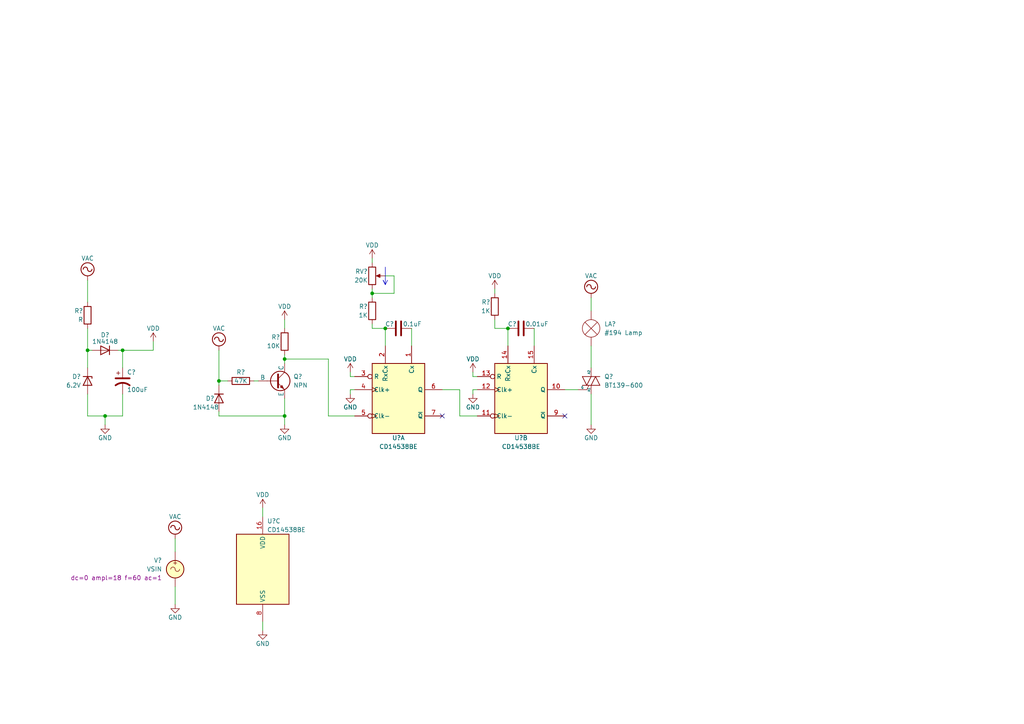
<source format=kicad_sch>
(kicad_sch (version 20230121) (generator eeschema)
  (paper "A4")
  (lib_symbols
    (symbol "Device:C" (pin_numbers hide) (pin_names (offset 0.254))
      (property "Reference" "C" (at 0.635 2.54 0))
      (property "Value" "C" (at 0.635 -2.54 0))
      (symbol "C_0_1"
        (polyline (pts (xy -2.032 -0.762) (xy 2.032 -0.762)) (stroke (width 0.508)))
        (polyline (pts (xy -2.032 0.762) (xy 2.032 0.762)) (stroke (width 0.508)))
      )
      (symbol "C_1_1"
        (pin passive line (at 0 3.81 270) (length 2.794) (name "~") (number "1"))
        (pin passive line (at 0 -3.81 90) (length 2.794) (name "~") (number "2"))
      )
    )
    (symbol "Device:C_Polarized_US" (pin_numbers hide) (pin_names (offset 0.254) hide)
      (property "Reference" "C" (at 0.635 2.54 0))
      (property "Value" "C_Polarized_US" (at 0.635 -2.54 0))
      (symbol "C_Polarized_US_0_1"
        (polyline (pts (xy -2.032 0.762) (xy 2.032 0.762)) (stroke (width 0.508)))
        (polyline (pts (xy -1.778 2.286) (xy -0.762 2.286)))
        (polyline (pts (xy -1.27 1.778) (xy -1.27 2.794)))
        (arc (start 2.032 -1.27) (mid 0 -0.5572) (end -2.032 -1.27) (stroke (width 0.508)))
      )
      (symbol "C_Polarized_US_1_1"
        (pin passive line (at 0 3.81 270) (length 2.794) (name "~") (number "1"))
        (pin passive line (at 0 -3.81 90) (length 3.302) (name "~") (number "2"))
      )
    )
    (symbol "Device:D" (pin_numbers hide) (pin_names (offset 1.016) hide)
      (property "Reference" "D" (at 0 2.54 0))
      (property "Value" "D" (at 0 -2.54 0))
      (symbol "D_0_1"
        (polyline (pts (xy -1.27 1.27) (xy -1.27 -1.27)) (stroke (width 0.254)))
        (polyline (pts (xy 1.27 0) (xy -1.27 0)))
        (polyline (pts (xy 1.27 1.27) (xy 1.27 -1.27) (xy -1.27 0) (xy 1.27 1.27)) (stroke (width 0.254)))
      )
      (symbol "D_1_1"
        (pin passive line (at -3.81 0 0) (length 2.54) (name "K") (number "1"))
        (pin passive line (at 3.81 0 180) (length 2.54) (name "A") (number "2"))
      )
    )
    (symbol "Device:D_Zener" (pin_numbers hide) (pin_names (offset 1.016) hide)
      (property "Reference" "D" (at 0 2.54 0))
      (property "Value" "D_Zener" (at 0 -2.54 0))
      (symbol "D_Zener_0_1"
        (polyline (pts (xy 1.27 0) (xy -1.27 0)))
        (polyline (pts (xy -1.27 -1.27) (xy -1.27 1.27) (xy -0.762 1.27)) (stroke (width 0.254)))
        (polyline (pts (xy 1.27 -1.27) (xy 1.27 1.27) (xy -1.27 0) (xy 1.27 -1.27)) (stroke (width 0.254)))
      )
      (symbol "D_Zener_1_1"
        (pin passive line (at -3.81 0 0) (length 2.54) (name "K") (number "1"))
        (pin passive line (at 3.81 0 180) (length 2.54) (name "A") (number "2"))
      )
    )
    (symbol "Device:Lamp" (pin_numbers hide) (pin_names (offset 0.0254) hide)
      (property "Reference" "LA" (at 0.635 3.81 0))
      (property "Value" "Lamp" (at 0.635 -3.81 0))
      (symbol "Lamp_0_1"
        (polyline (pts (xy -1.778 1.778) (xy 1.778 -1.778)))
        (polyline (pts (xy 1.778 1.778) (xy -1.778 -1.778)))
        (circle (center 0 0) (radius 2.54))
      )
      (symbol "Lamp_1_1"
        (pin passive line (at 0 -5.08 90) (length 2.54) (name "-") (number "1"))
        (pin passive line (at 0 5.08 270) (length 2.54) (name "+") (number "2"))
      )
    )
    (symbol "Device:R" (pin_numbers hide) (pin_names (offset 0))
      (property "Reference" "R" (at 2.032 0 90))
      (property "Value" "R" (at 0 0 90))
      (symbol "R_0_1"
        (rectangle (start -1.016 -2.54) (end 1.016 2.54) (stroke (width 0.254)))
      )
      (symbol "R_1_1"
        (pin passive line (at 0 3.81 270) (length 1.27) (name "~") (number "1"))
        (pin passive line (at 0 -3.81 90) (length 1.27) (name "~") (number "2"))
      )
    )
    (symbol "Device:R_Potentiometer" (pin_numbers hide) (pin_names (offset 1.016) hide)
      (property "Reference" "RV" (at -4.445 0 90))
      (property "Value" "R_Potentiometer" (at -2.54 0 90))
      (symbol "R_Potentiometer_0_1"
        (polyline (pts (xy 2.54 0) (xy 1.524 0)))
        (polyline (pts (xy 1.143 0) (xy 2.286 0.508) (xy 2.286 -0.508) (xy 1.143 0)) (fill (type outline)))
        (rectangle (start 1.016 2.54) (end -1.016 -2.54) (stroke (width 0.254)))
      )
      (symbol "R_Potentiometer_1_1"
        (pin passive line (at 0 3.81 270) (length 1.27) (name "1") (number "1"))
        (pin passive line (at 3.81 0 180) (length 1.27) (name "2") (number "2"))
        (pin passive line (at 0 -3.81 90) (length 1.27) (name "3") (number "3"))
      )
    )
    (symbol "Diode:1N4148" (pin_numbers hide) (pin_names hide)
      (property "Reference" "D" (at 0 2.54 0))
      (property "Value" "1N4148" (at 0 -2.54 0))
      (symbol "1N4148_0_1"
        (polyline (pts (xy -1.27 1.27) (xy -1.27 -1.27)) (stroke (width 0.254)))
        (polyline (pts (xy 1.27 0) (xy -1.27 0)))
        (polyline (pts (xy 1.27 1.27) (xy 1.27 -1.27) (xy -1.27 0) (xy 1.27 1.27)) (stroke (width 0.254)))
      )
      (symbol "1N4148_1_1"
        (pin passive line (at -3.81 0 0) (length 2.54) (name "K") (number "1"))
        (pin passive line (at 3.81 0 180) (length 2.54) (name "A") (number "2"))
      )
    )
    (symbol "LarryLab:CD14538BE"
      (property "Reference" "U104" (at 0 -11.43 0))
      (property "Value" "CD14538BE" (at 0.635 -13.97 0))
      (symbol "CD14538BE_1_0"
        (pin input line (at 3.81 15.24 270) (length 5.08) (name "Cx") (number "1"))
        (pin input line (at -3.81 15.24 270) (length 5.08) (name "RxCx") (number "2"))
        (pin input inverted (at -12.7 6.35 0) (length 5.08) (name "R") (number "3"))
        (pin input clock (at -12.7 2.54 0) (length 5.08) (name "Clk+") (number "4"))
        (pin input inverted_clock (at -12.7 -5.08 0) (length 5.08) (name "Clk-") (number "5"))
        (pin output line (at 12.7 2.54 180) (length 5.08) (name "Q") (number "6"))
        (pin output line (at 12.7 -5.08 180) (length 5.08) (name "~{Q}") (number "7"))
      )
      (symbol "CD14538BE_1_1"
        (rectangle (start -7.62 10.16) (end 7.62 -10.16) (stroke (width 0.254)) (fill (type background)))
      )
      (symbol "CD14538BE_2_0"
        (pin output line (at 12.7 2.54 180) (length 5.08) (name "Q") (number "10"))
        (pin input inverted_clock (at -12.7 -5.08 0) (length 5.08) (name "Clk-") (number "11"))
        (pin input clock (at -12.7 2.54 0) (length 5.08) (name "Clk+") (number "12"))
        (pin input inverted (at -12.7 6.35 0) (length 5.08) (name "R") (number "13"))
        (pin input line (at -3.81 15.24 270) (length 5.08) (name "RxCx") (number "14"))
        (pin input line (at 3.81 15.24 270) (length 5.08) (name "Cx") (number "15"))
        (pin output line (at 12.7 -5.08 180) (length 5.08) (name "~{Q}") (number "9"))
      )
      (symbol "CD14538BE_2_1"
        (rectangle (start -7.62 10.16) (end 7.62 -10.16) (stroke (width 0.254)) (fill (type background)))
      )
      (symbol "CD14538BE_3_0"
        (pin power_in line (at 0 15.24 270) (length 5.08) (name "VDD") (number "16"))
        (pin power_in line (at 0 -15.24 90) (length 5.08) (name "VSS") (number "8"))
      )
      (symbol "CD14538BE_3_1"
        (rectangle (start -7.62 10.16) (end 7.62 -10.16) (stroke (width 0.254)) (fill (type background)))
      )
    )
    (symbol "Simulation_SPICE:NPN" (pin_numbers hide) (pin_names (offset 0))
      (property "Reference" "Q" (at -2.54 7.62 0))
      (property "Value" "NPN" (at -2.54 5.08 0))
      (symbol "NPN_0_1"
        (polyline (pts (xy -2.54 0) (xy 0.635 0)) (stroke (width 0.1524)))
        (polyline (pts (xy 0.635 0.635) (xy 2.54 2.54)))
        (polyline (pts (xy 2.794 -1.27) (xy 2.794 -1.27)) (stroke (width 0.1524)))
        (polyline (pts (xy 2.794 -1.27) (xy 2.794 -1.27)) (stroke (width 0.1524)))
        (polyline (pts (xy 0.635 -0.635) (xy 2.54 -2.54) (xy 2.54 -2.54)))
        (polyline (pts (xy 0.635 1.905) (xy 0.635 -1.905) (xy 0.635 -1.905)) (stroke (width 0.508)))
        (polyline (pts (xy 1.27 -1.778) (xy 1.778 -1.27) (xy 2.286 -2.286) (xy 1.27 -1.778) (xy 1.27 -1.778)) (fill (type outline)))
        (circle (center 1.27 0) (radius 2.8194) (stroke (width 0.254)))
      )
      (symbol "NPN_1_1"
        (pin open_collector line (at 2.54 5.08 270) (length 2.54) (name "C") (number "1"))
        (pin input line (at -5.08 0 0) (length 2.54) (name "B") (number "2"))
        (pin open_emitter line (at 2.54 -5.08 90) (length 2.54) (name "E") (number "3"))
      )
    )
    (symbol "Simulation_SPICE:VSIN" (pin_numbers hide) (pin_names (offset 0.0254))
      (property "Reference" "V" (at 2.54 2.54 0))
      (property "Value" "VSIN" (at 2.54 0 0))
      (property "Sim.Params" "dc=0 ampl=1 f=1k ac=1" (at 2.54 -2.54 0))
      (symbol "VSIN_0_0"
        (arc (start 0 0) (mid -0.635 0.6323) (end -1.27 0))
        (arc (start 0 0) (mid 0.635 -0.6323) (end 1.27 0))
        (text "+" (at 0 1.905 0) (effects (font (size 1.27 1.27))))
      )
      (symbol "VSIN_0_1"
        (circle (center 0 0) (radius 2.54) (stroke (width 0.254)) (fill (type background)))
      )
      (symbol "VSIN_1_1"
        (pin passive line (at 0 5.08 270) (length 2.54) (name "~") (number "1"))
        (pin passive line (at 0 -5.08 90) (length 2.54) (name "~") (number "2"))
      )
    )
    (symbol "Triac_Thyristor:BT139-600" (pin_numbers hide) (pin_names (offset 0))
      (property "Reference" "Q" (at 5.08 1.905 0))
      (property "Value" "BT139-600" (at 5.08 0 0))
      (symbol "BT139-600_0_1"
        (polyline (pts (xy -2.54 -1.27) (xy 2.54 -1.27)) (stroke (width 0.2032)))
        (polyline (pts (xy -2.54 1.27) (xy 2.54 1.27)) (stroke (width 0.2032)))
        (polyline (pts (xy -1.27 -2.54) (xy -0.635 -1.27)))
        (polyline (pts (xy -2.54 1.27) (xy -1.27 -1.27) (xy 0 1.27)) (stroke (width 0.2032)))
        (polyline (pts (xy 0 -1.27) (xy 1.27 1.27) (xy 2.54 -1.27)) (stroke (width 0.2032)))
      )
      (symbol "BT139-600_1_1"
        (pin passive line (at 0 -3.81 90) (length 2.54) (name "A1") (number "1"))
        (pin passive line (at 0 3.81 270) (length 2.54) (name "A2") (number "2"))
        (pin input line (at -3.81 -2.54 0) (length 2.54) (name "G") (number "3"))
      )
    )
    (symbol "power:GND" (power) (pin_names (offset 0))
      (property "Value" "GND" (at 0 -3.81 0))
      (symbol "GND_0_1"
        (polyline (pts (xy 0 0) (xy 0 -1.27) (xy 1.27 -1.27) (xy 0 -2.54) (xy -1.27 -1.27) (xy 0 -1.27)))
      )
      (symbol "GND_1_1"
        (pin power_in line (at 0 0 270) (length 0) hide (name "GND") (number "1"))
      )
    )
    (symbol "power:VAC" (power) (pin_names (offset 0))
      (property "Value" "VAC" (at 0 6.35 0))
      (symbol "VAC_0_1"
        (polyline (pts (xy 0 0) (xy 0 1.27)))
        (arc (start 0 3.175) (mid -0.635 3.8073) (end -1.27 3.175) (stroke (width 0.254)))
        (arc (start 0 3.175) (mid 0.635 2.5427) (end 1.27 3.175) (stroke (width 0.254)))
        (circle (center 0 3.175) (radius 1.905) (stroke (width 0.254)))
      )
      (symbol "VAC_1_1"
        (pin power_in line (at 0 0 90) (length 0) hide (name "VAC") (number "1"))
      )
    )
    (symbol "power:VDD" (power) (pin_names (offset 0))
      (property "Value" "VDD" (at 0 3.81 0))
      (symbol "VDD_0_1"
        (polyline (pts (xy -0.762 1.27) (xy 0 2.54)))
        (polyline (pts (xy 0 0) (xy 0 2.54)))
        (polyline (pts (xy 0 2.54) (xy 0.762 1.27)))
      )
      (symbol "VDD_1_1"
        (pin power_in line (at 0 0 90) (length 0) hide (name "VDD") (number "1"))
      )
    )
  )
  (junction (at 107.95 85.09))
  (junction (at 30.48 120.65))
  (junction (at 82.55 104.14))
  (junction (at 111.76 95.25))
  (junction (at 25.4 101.6))
  (junction (at 82.55 120.65))
  (junction (at 63.5 110.49))
  (junction (at 147.32 95.25))
  (junction (at 35.56 101.6))
  (no_connect (at 128.27 120.65))
  (no_connect (at 163.83 120.65))
  (wire (pts (xy 25.4 114.3) (xy 25.4 120.65)))
  (wire (pts (xy 82.55 115.57) (xy 82.55 120.65)))
  (wire (pts (xy 63.5 119.38) (xy 63.5 120.65)))
  (wire (pts (xy 154.94 95.25) (xy 154.94 100.33)))
  (wire (pts (xy 137.16 114.3) (xy 137.16 113.03)))
  (polyline (pts (xy 111.76 82.55) (xy 112.395 81.28)))
  (wire (pts (xy 133.35 120.65) (xy 138.43 120.65)))
  (wire (pts (xy 25.4 101.6) (xy 25.4 106.68)))
  (wire (pts (xy 101.6 114.3) (xy 101.6 113.03)))
  (wire (pts (xy 143.51 83.82) (xy 143.51 85.09)))
  (wire (pts (xy 137.16 109.22) (xy 138.43 109.22)))
  (wire (pts (xy 95.25 120.65) (xy 102.87 120.65)))
  (wire (pts (xy 171.45 100.33) (xy 171.45 106.68)))
  (wire (pts (xy 101.6 113.03) (xy 102.87 113.03)))
  (wire (pts (xy 25.4 95.25) (xy 25.4 101.6)))
  (wire (pts (xy 107.95 83.82) (xy 107.95 85.09)))
  (wire (pts (xy 95.25 104.14) (xy 95.25 120.65)))
  (wire (pts (xy 107.95 74.93) (xy 107.95 76.2)))
  (wire (pts (xy 137.16 113.03) (xy 138.43 113.03)))
  (wire (pts (xy 76.2 147.32) (xy 76.2 149.86)))
  (wire (pts (xy 147.32 95.25) (xy 147.32 100.33)))
  (wire (pts (xy 128.27 113.03) (xy 133.35 113.03)))
  (wire (pts (xy 82.55 104.14) (xy 95.25 104.14)))
  (polyline (pts (xy 111.76 77.47) (xy 111.76 82.55)))
  (wire (pts (xy 63.5 101.6) (xy 63.5 110.49)))
  (wire (pts (xy 35.56 106.68) (xy 35.56 101.6)))
  (wire (pts (xy 107.95 93.98) (xy 107.95 95.25)))
  (wire (pts (xy 30.48 120.65) (xy 35.56 120.65)))
  (wire (pts (xy 50.8 170.18) (xy 50.8 175.26)))
  (wire (pts (xy 171.45 86.36) (xy 171.45 90.17)))
  (wire (pts (xy 101.6 107.95) (xy 101.6 109.22)))
  (wire (pts (xy 63.5 110.49) (xy 63.5 111.76)))
  (wire (pts (xy 171.45 114.3) (xy 171.45 123.19)))
  (wire (pts (xy 82.55 104.14) (xy 82.55 105.41)))
  (polyline (pts (xy 111.125 81.28) (xy 111.76 82.55)))
  (wire (pts (xy 111.76 95.25) (xy 111.76 100.33)))
  (wire (pts (xy 82.55 102.87) (xy 82.55 104.14)))
  (wire (pts (xy 25.4 101.6) (xy 26.67 101.6)))
  (wire (pts (xy 50.8 156.21) (xy 50.8 160.02)))
  (wire (pts (xy 119.38 95.25) (xy 119.38 100.33)))
  (wire (pts (xy 30.48 123.19) (xy 30.48 120.65)))
  (wire (pts (xy 82.55 92.71) (xy 82.55 95.25)))
  (wire (pts (xy 63.5 110.49) (xy 66.04 110.49)))
  (polyline (pts (xy 111.125 81.28) (xy 111.76 82.55)))
  (wire (pts (xy 101.6 109.22) (xy 102.87 109.22)))
  (wire (pts (xy 107.95 85.09) (xy 114.3 85.09)))
  (wire (pts (xy 111.76 80.01) (xy 114.3 80.01)))
  (wire (pts (xy 137.16 107.95) (xy 137.16 109.22)))
  (wire (pts (xy 35.56 114.3) (xy 35.56 120.65)))
  (wire (pts (xy 107.95 95.25) (xy 111.76 95.25)))
  (wire (pts (xy 163.83 113.03) (xy 167.64 113.03)))
  (wire (pts (xy 133.35 113.03) (xy 133.35 120.65)))
  (wire (pts (xy 76.2 180.34) (xy 76.2 182.88)))
  (wire (pts (xy 114.3 80.01) (xy 114.3 85.09)))
  (wire (pts (xy 147.32 95.25) (xy 143.51 95.25)))
  (wire (pts (xy 25.4 120.65) (xy 30.48 120.65)))
  (wire (pts (xy 35.56 101.6) (xy 44.45 101.6)))
  (wire (pts (xy 107.95 85.09) (xy 107.95 86.36)))
  (wire (pts (xy 44.45 99.06) (xy 44.45 101.6)))
  (wire (pts (xy 143.51 95.25) (xy 143.51 92.71)))
  (wire (pts (xy 25.4 81.28) (xy 25.4 87.63)))
  (wire (pts (xy 63.5 120.65) (xy 82.55 120.65)))
  (wire (pts (xy 34.29 101.6) (xy 35.56 101.6)))
  (wire (pts (xy 82.55 120.65) (xy 82.55 123.19)))
  (wire (pts (xy 73.66 110.49) (xy 74.93 110.49)))
  (symbol (lib_id "power:VDD") (at 107.95 74.93 0) (unit 1)
    (property "Reference" "#PWR015" (effects hide))
    (property "Value" "VDD" (at 107.95 71.12 0))
  )
  (symbol (lib_id "Device:D") (at 63.5 115.57 90) (mirror x) (unit 1)
    (property "Reference" "D?" (at 62.23 115.57 90) (effects (justify left)))
    (property "Value" "1N4148" (at 63.5 118.11 90) (effects (justify left)))
    (property "Sim.Device" "D" (effects hide))
    (property "Sim.Pins" "1=K 2=A" (effects hide))
  )
  (symbol (lib_id "power:VAC") (at 63.5 101.6 0) (unit 1)
    (property "Reference" "#PWR018" (effects hide))
    (property "Value" "VAC" (at 63.5 95.25 0))
  )
  (symbol (lib_id "Simulation_SPICE:NPN") (at 80.01 110.49 0) (unit 1)
    (property "Reference" "Q?" (at 85.09 109.22 0) (effects (justify left)))
    (property "Value" "NPN" (at 85.09 111.76 0) (effects (justify left)))
    (property "Sim.Device" "NPN" (effects hide))
    (property "Sim.Type" "GUMMELPOON" (effects hide))
    (property "Sim.Pins" "1=C 2=B 3=E" (effects hide))
  )
  (symbol (lib_id "power:GND") (at 171.45 123.19 0) (unit 1)
    (property "Reference" "#PWR013" (effects hide))
    (property "Value" "GND" (at 171.45 127 0))
  )
  (symbol (lib_id "power:GND") (at 101.6 114.3 0) (unit 1)
    (property "Reference" "#PWR011" (effects hide))
    (property "Value" "GND" (at 101.6 118.11 0))
  )
  (symbol (lib_id "Device:R") (at 143.51 88.9 0) (mirror y) (unit 1)
    (property "Reference" "R?" (at 142.24 87.63 0) (effects (justify left)))
    (property "Value" "1K" (at 142.24 90.17 0) (effects (justify left)))
  )
  (symbol (lib_id "power:VAC") (at 50.8 156.21 0) (unit 1)
    (property "Reference" "#PWR03" (effects hide))
    (property "Value" "VAC" (at 50.8 149.86 0))
  )
  (symbol (lib_id "power:VAC") (at 171.45 86.36 0) (unit 1)
    (property "Reference" "#PWR014" (effects hide))
    (property "Value" "VAC" (at 171.45 80.01 0))
  )
  (symbol (lib_id "Device:C") (at 115.57 95.25 90) (unit 1)
    (property "Reference" "C?" (at 114.3 93.98 90) (effects (justify left)))
    (property "Value" "0.1uF" (at 116.84 93.98 90) (effects (justify right)))
  )
  (symbol (lib_id "LarryLab:CD14538BE") (at 76.2 165.1 0) (unit 3)
    (property "Reference" "U?" (at 77.47 151.13 0) (effects (justify left)))
    (property "Value" "CD14538BE" (at 77.47 153.67 0) (effects (justify left)))
    (property "Footprint" "Package_DIP:DIP-16_W7.62mm" (effects hide))
    (property "Datasheet" "https://assets.nexperia.com/documents/data-sheet/HEF4538B.pdf" (effects hide))
  )
  (symbol (lib_id "power:GND") (at 137.16 114.3 0) (unit 1)
    (property "Reference" "#PWR010" (effects hide))
    (property "Value" "GND" (at 137.16 118.11 0))
  )
  (symbol (lib_id "power:VDD") (at 76.2 147.32 0) (unit 1)
    (property "Reference" "#PWR01" (effects hide))
    (property "Value" "VDD" (at 76.2 143.51 0))
  )
  (symbol (lib_id "power:VDD") (at 82.55 92.71 0) (unit 1)
    (property "Reference" "#PWR012" (effects hide))
    (property "Value" "VDD" (at 82.55 88.9 0))
  )
  (symbol (lib_id "LarryLab:CD14538BE") (at 151.13 115.57 0) (unit 2)
    (property "Reference" "U?" (at 151.13 127 0))
    (property "Value" "CD14538BE" (at 151.13 129.54 0))
    (property "Footprint" "Package_DIP:DIP-16_W7.62mm" (effects hide))
    (property "Datasheet" "https://assets.nexperia.com/documents/data-sheet/HEF4538B.pdf" (effects hide))
    (property "Sim.Library" "C:\\Users\\v_mar\\Documents\\GitHub\\KiCad-Spice-Library\\Models\\uncategorized\\Bordodynovs Electronics Lib\\sub\\cd4000.lib" (effects hide))
    (property "Sim.Name" "CD14538B" (effects hide))
    (property "Sim.Device" "SUBCKT" (effects hide))
    (property "Sim.Pins" "1=CGND 2=RC 3=CLR 4=A 5=B 6=Q 7=QN 8=VDD 8=VGND" (effects hide))
    (property "Sim.Params" "vdd1=5 speed=1 tripdt=5n" (effects hide))
  )
  (symbol (lib_id "power:VDD") (at 101.6 107.95 0) (unit 1)
    (property "Reference" "#PWR08" (effects hide))
    (property "Value" "+12V" (at 101.6 104.14 0))
  )
  (symbol (lib_id "Device:C_Polarized_US") (at 35.56 110.49 0) (unit 1)
    (property "Reference" "C?" (at 36.83 107.95 0) (effects (justify left)))
    (property "Value" "100uF" (at 36.83 113.03 0) (effects (justify left)))
  )
  (symbol (lib_id "Device:R_Potentiometer") (at 107.95 80.01 0) (unit 1)
    (property "Reference" "RV?" (at 106.68 78.74 0) (effects (justify right)))
    (property "Value" "20K" (at 106.68 81.28 0) (effects (justify right)))
  )
  (symbol (lib_id "power:GND") (at 30.48 123.19 0) (unit 1)
    (property "Reference" "#PWR06" (effects hide))
    (property "Value" "GND" (at 30.48 127 0))
  )
  (symbol (lib_id "Simulation_SPICE:VSIN") (at 50.8 165.1 0) (unit 1)
    (property "Reference" "V?" (at 46.99 162.5242 0) (effects (justify right)))
    (property "Value" "VSIN" (at 46.99 165.0642 0) (effects (justify right)))
    (property "Sim.Pins" "1=+ 2=-" (effects hide))
    (property "Sim.Params" "dc=0 ampl=18 f=60 ac=1" (at 46.99 167.6042 0) (effects (justify right)))
    (property "Sim.Type" "SIN" (effects hide))
    (property "Sim.Device" "V" (effects hide))
  )
  (symbol (lib_id "power:GND") (at 76.2 182.88 0) (unit 1)
    (property "Reference" "#PWR05" (effects hide))
    (property "Value" "GND" (at 76.2 186.69 0))
  )
  (symbol (lib_id "Device:R") (at 69.85 110.49 90) (unit 1)
    (property "Reference" "R?" (at 69.85 107.95 90))
    (property "Value" "47K" (at 69.85 110.49 90))
  )
  (symbol (lib_id "Device:R") (at 25.4 91.44 0) (mirror y) (unit 1)
    (property "Reference" "R?" (at 24.13 90.17 0) (effects (justify left)))
    (property "Value" "R" (at 24.13 92.71 0) (effects (justify left)))
  )
  (symbol (lib_id "Device:Lamp") (at 171.45 95.25 180) (unit 1)
    (property "Reference" "LA?" (at 175.26 93.98 0) (effects (justify right)))
    (property "Value" "#194 Lamp" (at 175.26 96.52 0) (effects (justify right)))
  )
  (symbol (lib_id "LarryLab:CD14538BE") (at 115.57 115.57 0) (unit 1)
    (property "Reference" "U?" (at 115.57 127 0))
    (property "Value" "CD14538BE" (at 115.57 129.54 0))
    (property "Footprint" "Package_DIP:DIP-16_W7.62mm" (effects hide))
    (property "Datasheet" "https://assets.nexperia.com/documents/data-sheet/HEF4538B.pdf" (effects hide))
  )
  (symbol (lib_id "Device:R") (at 82.55 99.06 0) (mirror y) (unit 1)
    (property "Reference" "R?" (at 81.28 97.79 0) (effects (justify left)))
    (property "Value" "10K" (at 81.28 100.33 0) (effects (justify left)))
  )
  (symbol (lib_id "Triac_Thyristor:BT139-600") (at 171.45 110.49 0) (unit 1)
    (property "Reference" "Q?" (at 175.26 109.22 0) (effects (justify left)))
    (property "Value" "BT139-600" (at 175.26 111.76 0) (effects (justify left)))
    (property "Footprint" "Package_TO_SOT_THT:TO-220-3_Vertical" (effects hide))
    (property "Datasheet" "https://www.rapidonline.com/pdf/47-3240.pdf" (effects hide))
    (property "Sim.Library" "C:\\Users\\v_mar\\Documents\\GitHub\\KiCad-Spice-Library\\Models\\uncategorized\\Bordodynovs Electronics Lib\\sub\\TRIAC_params.SUB" (effects hide))
    (property "Sim.Name" "Triac_params" (effects hide))
    (property "Sim.Device" "SUBCKT" (effects hide))
    (property "Sim.Pins" "1=MT2 2=gate 3=MT1" (effects hide))
  )
  (symbol (lib_id "Diode:1N4148") (at 30.48 101.6 180) (unit 1)
    (property "Reference" "D?" (at 30.48 97.155 0))
    (property "Value" "1N4148" (at 30.48 99.06 0))
    (property "Footprint" "Diode_THT:D_DO-35_SOD27_P7.62mm_Horizontal" (effects hide))
    (property "Datasheet" "https://assets.nexperia.com/documents/data-sheet/1N4148_1N4448.pdf" (effects hide))
    (property "Sim.Device" "D" (effects hide))
    (property "Sim.Pins" "1=K 2=A" (effects hide))
  )
  (symbol (lib_id "Device:R") (at 107.95 90.17 0) (mirror y) (unit 1)
    (property "Reference" "R?" (at 106.68 88.9 0) (effects (justify left)))
    (property "Value" "1K" (at 106.68 91.44 0) (effects (justify left)))
  )
  (symbol (lib_id "power:VAC") (at 25.4 81.28 0) (unit 1)
    (property "Reference" "#PWR07" (effects hide))
    (property "Value" "VAC" (at 25.4 74.93 0))
  )
  (symbol (lib_id "power:VDD") (at 143.51 83.82 0) (unit 1)
    (property "Reference" "#PWR017" (effects hide))
    (property "Value" "VDD" (at 143.51 80.01 0))
  )
  (symbol (lib_id "power:GND") (at 50.8 175.26 0) (unit 1)
    (property "Reference" "#PWR02" (effects hide))
    (property "Value" "GND" (at 50.8 179.07 0))
  )
  (symbol (lib_id "Device:C") (at 151.13 95.25 90) (unit 1)
    (property "Reference" "C?" (at 149.86 93.98 90) (effects (justify left)))
    (property "Value" "0.01uF" (at 152.4 93.98 90) (effects (justify right)))
  )
  (symbol (lib_id "Device:D_Zener") (at 25.4 110.49 270) (unit 1)
    (property "Reference" "D?" (at 23.495 109.22 90) (effects (justify right)))
    (property "Value" "6.2V" (at 23.495 111.76 90) (effects (justify right)))
    (property "Sim.Library" "C:\\Users\\v_mar\\Documents\\GitHub\\KiCad-Spice-Library\\Models\\Diode\\zener.lib" (effects hide))
    (property "Sim.Name" "DI_1N4735A" (effects hide))
    (property "Sim.Device" "SUBCKT" (effects hide))
    (property "Sim.Pins" "1=1 2=2" (effects hide))
  )
  (symbol (lib_id "power:VDD") (at 44.45 99.06 0) (unit 1)
    (property "Reference" "#PWR04" (effects hide))
    (property "Value" "VDD" (at 44.45 95.25 0))
  )
  (symbol (lib_id "power:VDD") (at 137.16 107.95 0) (unit 1)
    (property "Reference" "#PWR09" (effects hide))
    (property "Value" "+12V" (at 137.16 104.14 0))
  )
  (symbol (lib_id "power:GND") (at 82.55 123.19 0) (unit 1)
    (property "Reference" "#PWR016" (effects hide))
    (property "Value" "GND" (at 82.55 127 0))
  )
)
</source>
